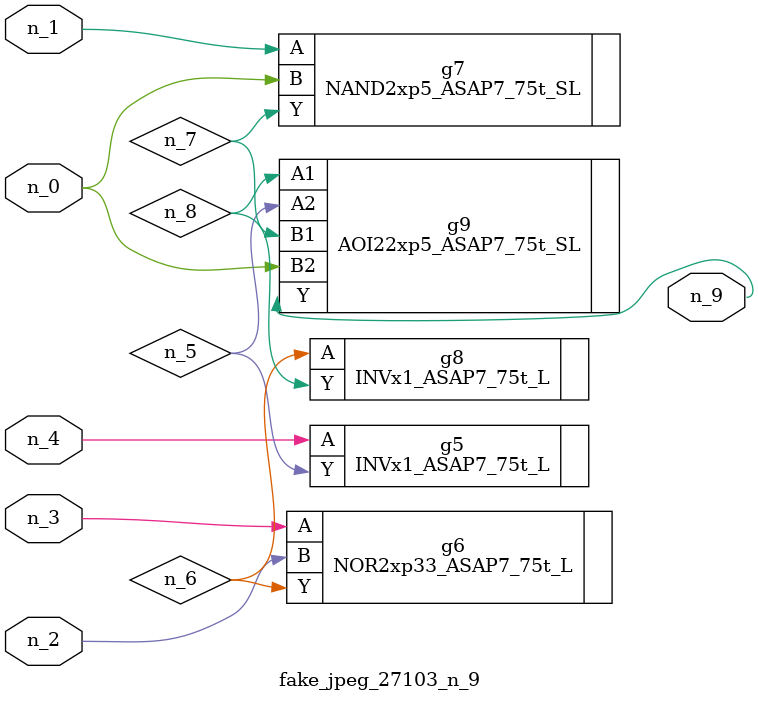
<source format=v>
module fake_jpeg_27103_n_9 (n_3, n_2, n_1, n_0, n_4, n_9);

input n_3;
input n_2;
input n_1;
input n_0;
input n_4;

output n_9;

wire n_8;
wire n_6;
wire n_5;
wire n_7;

INVx1_ASAP7_75t_L g5 ( 
.A(n_4),
.Y(n_5)
);

NOR2xp33_ASAP7_75t_L g6 ( 
.A(n_3),
.B(n_2),
.Y(n_6)
);

NAND2xp5_ASAP7_75t_SL g7 ( 
.A(n_1),
.B(n_0),
.Y(n_7)
);

INVx1_ASAP7_75t_L g8 ( 
.A(n_6),
.Y(n_8)
);

AOI22xp5_ASAP7_75t_SL g9 ( 
.A1(n_8),
.A2(n_5),
.B1(n_7),
.B2(n_0),
.Y(n_9)
);


endmodule
</source>
